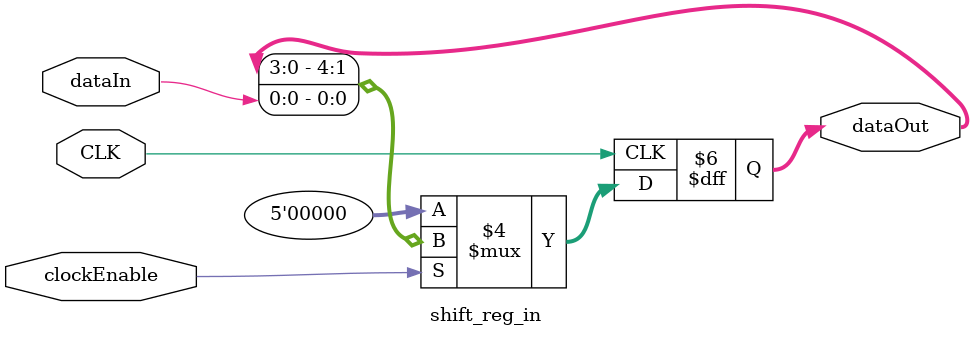
<source format=v>
module shift_reg_out #
  (
    parameter WIDTH = 5
  )
  (
    input             CLK,
    input             loadData,
    input             clockEnable,
    input [WIDTH-1:0] dataIn,

    output reg        dataOut = 0
  );

  reg [WIDTH-1:0] intData = 0;

  always @(negedge CLK)
    if (loadData)
      begin
        intData = dataIn[WIDTH-1:0];
        dataOut = intData[WIDTH-1];
      end
    else if (clockEnable)
      begin
        intData = intData << 1;
        dataOut = intData[WIDTH-1];
      end
endmodule

module shift_reg_in #
  (
    parameter WIDTH = 5
  )
  (
    input CLK,
    input dataIn,
    input clockEnable,

    output reg [WIDTH-1:0] dataOut = 0
  );

  always @(posedge CLK)
    if (clockEnable)
      dataOut = {dataOut[WIDTH-2:0], dataIn};
    else
      dataOut = 0;
endmodule
</source>
